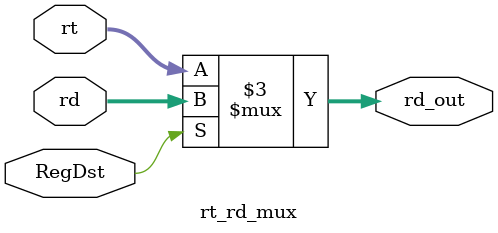
<source format=v>
`timescale 1ns / 1ps


module rt_rd_mux(
    input [4:0] rt,
    input [4:0] rd,
    input RegDst,
    output reg [4:0] rd_out
    );
    always@* begin
        if(RegDst) rd_out<=rd;
        else rd_out<=rt;
    end
endmodule

</source>
